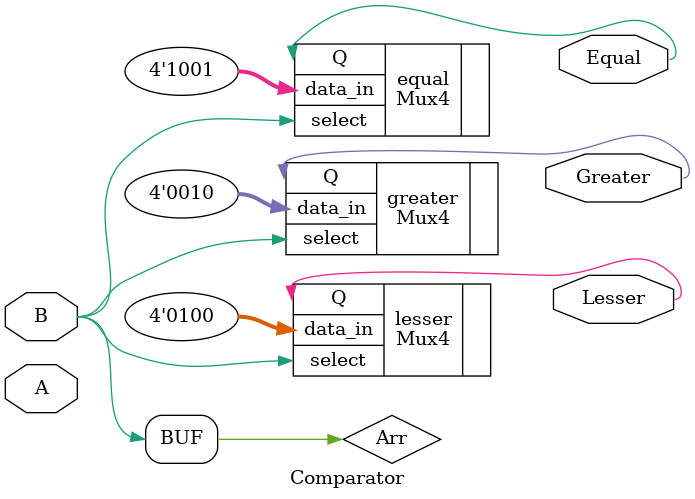
<source format=v>
`timescale 1ns / 1ps


module Comparator(
    input A,
    input B,
    output Greater,
    output Equal,
    output Lesser
    );
    wire Arr = {A,B};
    Mux4 greater (.data_in(4'b0010), .select(Arr), .Q(Greater));
    Mux4 equal (.data_in(4'b1001), .select(Arr), .Q(Equal));
    Mux4 lesser (.data_in(4'b0100), .select(Arr), .Q(Lesser));
endmodule

</source>
